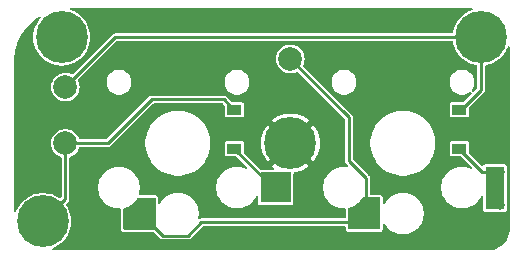
<source format=gtl>
G04 #@! TF.GenerationSoftware,KiCad,Pcbnew,8.0.5*
G04 #@! TF.CreationDate,2024-09-18T07:36:17+09:00*
G04 #@! TF.ProjectId,SandyLP_Middle_Isolated_Area,53616e64-794c-4505-9f4d-6964646c655f,v.0*
G04 #@! TF.SameCoordinates,Original*
G04 #@! TF.FileFunction,Copper,L1,Top*
G04 #@! TF.FilePolarity,Positive*
%FSLAX46Y46*%
G04 Gerber Fmt 4.6, Leading zero omitted, Abs format (unit mm)*
G04 Created by KiCad (PCBNEW 8.0.5) date 2024-09-18 07:36:17*
%MOMM*%
%LPD*%
G01*
G04 APERTURE LIST*
G04 Aperture macros list*
%AMFreePoly0*
4,1,18,1.817426,0.954926,1.835000,0.912500,1.835000,-0.812500,1.817426,-0.854926,1.793974,-0.869421,1.352962,-1.016424,0.894077,-1.354550,0.649923,-1.720782,0.611767,-1.746335,0.600000,-1.747500,-0.825000,-1.747500,-0.867426,-1.729926,-0.885000,-1.687500,-0.885000,0.912500,-0.867426,0.954926,-0.825000,0.972500,1.775000,0.972500,1.817426,0.954926,1.817426,0.954926,$1*%
%AMFreePoly1*
4,1,18,1.804926,0.992426,1.822500,0.950000,1.822500,-0.780000,1.804926,-0.822426,1.781286,-0.836983,1.335531,-0.983935,0.881507,-1.322037,0.637215,-1.683591,0.598901,-1.708907,0.587500,-1.710000,-0.837500,-1.710000,-0.879926,-1.692426,-0.897500,-1.650000,-0.897500,0.950000,-0.879926,0.992426,-0.837500,1.010000,1.762500,1.010000,1.804926,0.992426,1.804926,0.992426,$1*%
G04 Aperture macros list end*
G04 #@! TA.AperFunction,SMDPad,CuDef*
%ADD10R,1.200000X0.900000*%
G04 #@! TD*
G04 #@! TA.AperFunction,ComponentPad*
%ADD11C,4.400000*%
G04 #@! TD*
G04 #@! TA.AperFunction,ComponentPad*
%ADD12C,2.000000*%
G04 #@! TD*
G04 #@! TA.AperFunction,SMDPad,CuDef*
%ADD13FreePoly0,180.000000*%
G04 #@! TD*
G04 #@! TA.AperFunction,ComponentPad*
%ADD14C,0.800000*%
G04 #@! TD*
G04 #@! TA.AperFunction,SMDPad,CuDef*
%ADD15R,1.625000X3.600000*%
G04 #@! TD*
G04 #@! TA.AperFunction,SMDPad,CuDef*
%ADD16FreePoly1,180.000000*%
G04 #@! TD*
G04 #@! TA.AperFunction,SMDPad,CuDef*
%ADD17R,2.600000X2.600000*%
G04 #@! TD*
G04 #@! TA.AperFunction,ViaPad*
%ADD18C,0.800000*%
G04 #@! TD*
G04 #@! TA.AperFunction,Conductor*
%ADD19C,0.250000*%
G04 #@! TD*
G04 APERTURE END LIST*
D10*
X44870935Y-46784655D03*
X44870935Y-50084655D03*
X63920935Y-46784655D03*
X63920935Y-50084655D03*
D11*
X49633435Y-49625280D03*
D12*
X49633435Y-42481530D03*
D13*
X56358435Y-55962780D03*
D14*
X67358435Y-54825280D03*
X67358435Y-52025280D03*
D15*
X66945935Y-53425280D03*
D11*
X28658435Y-56250280D03*
X65758435Y-40650280D03*
X30258435Y-40650280D03*
D12*
X30583435Y-44862780D03*
D16*
X37295935Y-55925280D03*
D17*
X48383435Y-53375280D03*
D12*
X30583435Y-49625280D03*
D18*
X32964655Y-38909656D03*
X27011525Y-41290908D03*
X39683435Y-41519030D03*
X67492809Y-56173733D03*
X47252167Y-38909656D03*
X67492809Y-50815916D03*
X27011525Y-53792481D03*
X49633435Y-57959655D03*
X31178716Y-57959672D03*
X46656854Y-50220603D03*
X67492809Y-43076847D03*
X32964655Y-44862786D03*
X63325618Y-42481534D03*
X65706870Y-57959672D03*
X49633419Y-55419030D03*
X53205297Y-47839351D03*
X36536533Y-51411229D03*
X63325618Y-38909656D03*
D19*
X37295935Y-55925280D02*
X38820935Y-57450280D01*
X49633435Y-42481530D02*
X54583435Y-47431530D01*
X40952185Y-57450280D02*
X42083435Y-56319030D01*
X54583435Y-51119030D02*
X56033435Y-52569030D01*
X56033435Y-55637780D02*
X56358435Y-55962780D01*
X56002185Y-56319030D02*
X56358435Y-55962780D01*
X42083435Y-56319030D02*
X56002185Y-56319030D01*
X54583435Y-47431530D02*
X54583435Y-51119030D01*
X38820935Y-57450280D02*
X40952185Y-57450280D01*
X56033435Y-52569030D02*
X56033435Y-55637780D01*
X67358435Y-52025280D02*
X65861560Y-52025280D01*
X65861560Y-52025280D02*
X63920935Y-50084655D01*
X34177185Y-49625280D02*
X30583435Y-49625280D01*
X30583435Y-54325280D02*
X30583435Y-49625280D01*
X44870935Y-46784655D02*
X44005310Y-45919030D01*
X44005310Y-45919030D02*
X37883435Y-45919030D01*
X28658435Y-56250280D02*
X30583435Y-54325280D01*
X37883435Y-45919030D02*
X34177185Y-49625280D01*
X48161560Y-53375280D02*
X44870935Y-50084655D01*
X48383435Y-53375280D02*
X48161560Y-53375280D01*
X34795935Y-40650280D02*
X30583435Y-44862780D01*
X65758435Y-45097155D02*
X65758435Y-40650280D01*
X64070935Y-46784655D02*
X65758435Y-45097155D01*
X65758435Y-40650280D02*
X34795935Y-40650280D01*
X63920935Y-46784655D02*
X64070935Y-46784655D01*
G04 #@! TA.AperFunction,Conductor*
G36*
X65043111Y-38188397D02*
G01*
X65079075Y-38237897D01*
X65079075Y-38299083D01*
X65043111Y-38348583D01*
X65017977Y-38361389D01*
X65018065Y-38361610D01*
X65015729Y-38362534D01*
X65015515Y-38362644D01*
X65015171Y-38362755D01*
X64734334Y-38473946D01*
X64469648Y-38619459D01*
X64469627Y-38619472D01*
X64225275Y-38797003D01*
X64225272Y-38797005D01*
X64005090Y-39003771D01*
X64005080Y-39003782D01*
X63812549Y-39236512D01*
X63650709Y-39491530D01*
X63650702Y-39491543D01*
X63522096Y-39764843D01*
X63505165Y-39816952D01*
X63439517Y-40018997D01*
X63428755Y-40052118D01*
X63428752Y-40052128D01*
X63392088Y-40244331D01*
X63362612Y-40297948D01*
X63307250Y-40323999D01*
X63294842Y-40324780D01*
X34844867Y-40324780D01*
X34844851Y-40324779D01*
X34838788Y-40324779D01*
X34753082Y-40324779D01*
X34753079Y-40324779D01*
X34670297Y-40346961D01*
X34670293Y-40346963D01*
X34596073Y-40389814D01*
X34535469Y-40450417D01*
X34535470Y-40450418D01*
X34535468Y-40450420D01*
X31225205Y-43760681D01*
X31170688Y-43788458D01*
X31119440Y-43782992D01*
X30913375Y-43703162D01*
X30913374Y-43703161D01*
X30913372Y-43703161D01*
X30694678Y-43662280D01*
X30472192Y-43662280D01*
X30253497Y-43703161D01*
X30177232Y-43732706D01*
X30046034Y-43783533D01*
X29856873Y-43900656D01*
X29692455Y-44050543D01*
X29558378Y-44228089D01*
X29558373Y-44228098D01*
X29486810Y-44371816D01*
X29459206Y-44427252D01*
X29398320Y-44641244D01*
X29377792Y-44862780D01*
X29398320Y-45084316D01*
X29459206Y-45298308D01*
X29558377Y-45497469D01*
X29692454Y-45675016D01*
X29856873Y-45824904D01*
X30046034Y-45942027D01*
X30253495Y-46022398D01*
X30472192Y-46063280D01*
X30694678Y-46063280D01*
X30913375Y-46022398D01*
X31120836Y-45942027D01*
X31309997Y-45824904D01*
X31474416Y-45675016D01*
X31608493Y-45497469D01*
X31707664Y-45298308D01*
X31768550Y-45084316D01*
X31789078Y-44862780D01*
X31768550Y-44641244D01*
X31707664Y-44427252D01*
X31680058Y-44371812D01*
X34057935Y-44371812D01*
X34057935Y-44578747D01*
X34098304Y-44781698D01*
X34177493Y-44972877D01*
X34289166Y-45140008D01*
X34292458Y-45144935D01*
X34438780Y-45291257D01*
X34610837Y-45406221D01*
X34802015Y-45485410D01*
X35004970Y-45525780D01*
X35004971Y-45525780D01*
X35211899Y-45525780D01*
X35211900Y-45525780D01*
X35414855Y-45485410D01*
X35606033Y-45406221D01*
X35778090Y-45291257D01*
X35924412Y-45144935D01*
X36039376Y-44972878D01*
X36118565Y-44781700D01*
X36158935Y-44578745D01*
X36158935Y-44371815D01*
X36158934Y-44371812D01*
X44057935Y-44371812D01*
X44057935Y-44578747D01*
X44098304Y-44781698D01*
X44177493Y-44972877D01*
X44289166Y-45140008D01*
X44292458Y-45144935D01*
X44438780Y-45291257D01*
X44610837Y-45406221D01*
X44802015Y-45485410D01*
X45004970Y-45525780D01*
X45004971Y-45525780D01*
X45211899Y-45525780D01*
X45211900Y-45525780D01*
X45414855Y-45485410D01*
X45606033Y-45406221D01*
X45778090Y-45291257D01*
X45924412Y-45144935D01*
X46039376Y-44972878D01*
X46118565Y-44781700D01*
X46158935Y-44578745D01*
X46158935Y-44371815D01*
X46118565Y-44168860D01*
X46039376Y-43977682D01*
X45924412Y-43805625D01*
X45778090Y-43659303D01*
X45631443Y-43561317D01*
X45606032Y-43544338D01*
X45414853Y-43465149D01*
X45211902Y-43424780D01*
X45211900Y-43424780D01*
X45004970Y-43424780D01*
X45004967Y-43424780D01*
X44802016Y-43465149D01*
X44610837Y-43544338D01*
X44438783Y-43659300D01*
X44292455Y-43805628D01*
X44177493Y-43977682D01*
X44098304Y-44168861D01*
X44057935Y-44371812D01*
X36158934Y-44371812D01*
X36118565Y-44168860D01*
X36039376Y-43977682D01*
X35924412Y-43805625D01*
X35778090Y-43659303D01*
X35631443Y-43561317D01*
X35606032Y-43544338D01*
X35414853Y-43465149D01*
X35211902Y-43424780D01*
X35211900Y-43424780D01*
X35004970Y-43424780D01*
X35004967Y-43424780D01*
X34802016Y-43465149D01*
X34610837Y-43544338D01*
X34438783Y-43659300D01*
X34292455Y-43805628D01*
X34177493Y-43977682D01*
X34098304Y-44168861D01*
X34057935Y-44371812D01*
X31680058Y-44371812D01*
X31663497Y-44338554D01*
X31654485Y-44278040D01*
X31682113Y-44224427D01*
X34901765Y-41004776D01*
X34956282Y-40976999D01*
X34971769Y-40975780D01*
X63294842Y-40975780D01*
X63353033Y-40994687D01*
X63388997Y-41044187D01*
X63392086Y-41056222D01*
X63428754Y-41248440D01*
X63522094Y-41535710D01*
X63522096Y-41535716D01*
X63650702Y-41809016D01*
X63650709Y-41809029D01*
X63812549Y-42064047D01*
X64005080Y-42296777D01*
X64005090Y-42296788D01*
X64225272Y-42503554D01*
X64225275Y-42503556D01*
X64469627Y-42681087D01*
X64469631Y-42681089D01*
X64469640Y-42681096D01*
X64734331Y-42826612D01*
X65015173Y-42937805D01*
X65307737Y-43012922D01*
X65346346Y-43017799D01*
X65401704Y-43043848D01*
X65431181Y-43097464D01*
X65432935Y-43116017D01*
X65432935Y-44921320D01*
X65414028Y-44979511D01*
X65403938Y-44991324D01*
X65129568Y-45265693D01*
X65075052Y-45293470D01*
X65014620Y-45283899D01*
X64971355Y-45240634D01*
X64961784Y-45180202D01*
X64977247Y-45140690D01*
X65089376Y-44972878D01*
X65168565Y-44781700D01*
X65208935Y-44578745D01*
X65208935Y-44371815D01*
X65168565Y-44168860D01*
X65089376Y-43977682D01*
X64974412Y-43805625D01*
X64828090Y-43659303D01*
X64681443Y-43561317D01*
X64656032Y-43544338D01*
X64464853Y-43465149D01*
X64261902Y-43424780D01*
X64261900Y-43424780D01*
X64054970Y-43424780D01*
X64054967Y-43424780D01*
X63852016Y-43465149D01*
X63660837Y-43544338D01*
X63488783Y-43659300D01*
X63342455Y-43805628D01*
X63227493Y-43977682D01*
X63148304Y-44168861D01*
X63107935Y-44371812D01*
X63107935Y-44578747D01*
X63148304Y-44781698D01*
X63227493Y-44972877D01*
X63339166Y-45140008D01*
X63342458Y-45144935D01*
X63488780Y-45291257D01*
X63660837Y-45406221D01*
X63852015Y-45485410D01*
X64054970Y-45525780D01*
X64054971Y-45525780D01*
X64261899Y-45525780D01*
X64261900Y-45525780D01*
X64464855Y-45485410D01*
X64656033Y-45406221D01*
X64823844Y-45294093D01*
X64882731Y-45277486D01*
X64940134Y-45298664D01*
X64974127Y-45349537D01*
X64971725Y-45410676D01*
X64948848Y-45446414D01*
X64290104Y-46105159D01*
X64235587Y-46132936D01*
X64220100Y-46134155D01*
X63301187Y-46134155D01*
X63301186Y-46134155D01*
X63301176Y-46134156D01*
X63242707Y-46145787D01*
X63242701Y-46145789D01*
X63176386Y-46190100D01*
X63176380Y-46190106D01*
X63132069Y-46256421D01*
X63132067Y-46256427D01*
X63120436Y-46314896D01*
X63120435Y-46314908D01*
X63120435Y-47254401D01*
X63120436Y-47254413D01*
X63132067Y-47312882D01*
X63132069Y-47312888D01*
X63176380Y-47379203D01*
X63176383Y-47379207D01*
X63242704Y-47423522D01*
X63287166Y-47432366D01*
X63301176Y-47435153D01*
X63301181Y-47435153D01*
X63301187Y-47435155D01*
X63301188Y-47435155D01*
X64540682Y-47435155D01*
X64540683Y-47435155D01*
X64599166Y-47423522D01*
X64665487Y-47379207D01*
X64709802Y-47312886D01*
X64721435Y-47254403D01*
X64721435Y-46635489D01*
X64740342Y-46577298D01*
X64750425Y-46565491D01*
X66018900Y-45297017D01*
X66061753Y-45222793D01*
X66083935Y-45140008D01*
X66083935Y-43116017D01*
X66102842Y-43057826D01*
X66152342Y-43021862D01*
X66170510Y-43017801D01*
X66209133Y-43012922D01*
X66501697Y-42937805D01*
X66782539Y-42826612D01*
X67047230Y-42681096D01*
X67291597Y-42503554D01*
X67511784Y-42296784D01*
X67704320Y-42064048D01*
X67866168Y-41809016D01*
X67994776Y-41535710D01*
X68023915Y-41446028D01*
X68059877Y-41396532D01*
X68118067Y-41377624D01*
X68176258Y-41396531D01*
X68212222Y-41446030D01*
X68217068Y-41476683D01*
X68207961Y-56804827D01*
X68207935Y-56805065D01*
X68207935Y-56847043D01*
X68207723Y-56853517D01*
X68192539Y-57085217D01*
X68190849Y-57098056D01*
X68146183Y-57322615D01*
X68142831Y-57335123D01*
X68069243Y-57551915D01*
X68064288Y-57563879D01*
X67963023Y-57769231D01*
X67956548Y-57780446D01*
X67829355Y-57970809D01*
X67821472Y-57981083D01*
X67670514Y-58153223D01*
X67661357Y-58162380D01*
X67489226Y-58313339D01*
X67478953Y-58321223D01*
X67288590Y-58448423D01*
X67277375Y-58454898D01*
X67072026Y-58556168D01*
X67060062Y-58561123D01*
X66843269Y-58634719D01*
X66830761Y-58638071D01*
X66606211Y-58682741D01*
X66593371Y-58684432D01*
X66362520Y-58699566D01*
X66356007Y-58699778D01*
X29546053Y-58686112D01*
X29487870Y-58667183D01*
X29451924Y-58617670D01*
X29451947Y-58556484D01*
X29487929Y-58506998D01*
X29509639Y-58495067D01*
X29682539Y-58426612D01*
X29947230Y-58281096D01*
X30191597Y-58103554D01*
X30411784Y-57896784D01*
X30604320Y-57664048D01*
X30766168Y-57409016D01*
X30894776Y-57135710D01*
X30988116Y-56848440D01*
X31044715Y-56551737D01*
X31063681Y-56250280D01*
X31044715Y-55948823D01*
X30988116Y-55652120D01*
X30894776Y-55364850D01*
X30766168Y-55091544D01*
X30618945Y-54859558D01*
X30603730Y-54800296D01*
X30626254Y-54743407D01*
X30632519Y-54736521D01*
X30843900Y-54525142D01*
X30886753Y-54450919D01*
X30908935Y-54368133D01*
X30908935Y-54282427D01*
X30908935Y-53260545D01*
X33357935Y-53260545D01*
X33357935Y-53490014D01*
X33387887Y-53717518D01*
X33447276Y-53939165D01*
X33535088Y-54151163D01*
X33624477Y-54305991D01*
X33649824Y-54349892D01*
X33789516Y-54531941D01*
X33951774Y-54694199D01*
X34133823Y-54833891D01*
X34332547Y-54948624D01*
X34332548Y-54948624D01*
X34332551Y-54948626D01*
X34428602Y-54988411D01*
X34544548Y-55036438D01*
X34766197Y-55095828D01*
X34993701Y-55125780D01*
X34993702Y-55125780D01*
X35163935Y-55125780D01*
X35222126Y-55144687D01*
X35258090Y-55194187D01*
X35262935Y-55224780D01*
X35262935Y-56875280D01*
X35278578Y-56953922D01*
X35297614Y-56999880D01*
X35297616Y-56999883D01*
X35334244Y-57058176D01*
X35408832Y-57111099D01*
X35454794Y-57130137D01*
X35533435Y-57145780D01*
X38015101Y-57145780D01*
X38073292Y-57164687D01*
X38085105Y-57174776D01*
X38560468Y-57650139D01*
X38560470Y-57650142D01*
X38621073Y-57710745D01*
X38658182Y-57732169D01*
X38658184Y-57732171D01*
X38689211Y-57750085D01*
X38695296Y-57753598D01*
X38778082Y-57775781D01*
X38778084Y-57775781D01*
X38869851Y-57775781D01*
X38869867Y-57775780D01*
X40995036Y-57775780D01*
X40995038Y-57775780D01*
X41077824Y-57753598D01*
X41077826Y-57753596D01*
X41077828Y-57753596D01*
X41152042Y-57710748D01*
X41152042Y-57710747D01*
X41152047Y-57710745D01*
X42189266Y-56673526D01*
X42243783Y-56645749D01*
X42259270Y-56644530D01*
X54213935Y-56644530D01*
X54272126Y-56663437D01*
X54308090Y-56712937D01*
X54312935Y-56743530D01*
X54312935Y-56875280D01*
X54328578Y-56953922D01*
X54347614Y-56999880D01*
X54347616Y-56999883D01*
X54384244Y-57058176D01*
X54458832Y-57111099D01*
X54504794Y-57130137D01*
X54583435Y-57145780D01*
X54583436Y-57145780D01*
X57183434Y-57145780D01*
X57183435Y-57145780D01*
X57262076Y-57130137D01*
X57308038Y-57111099D01*
X57366331Y-57074471D01*
X57419254Y-56999883D01*
X57438292Y-56953921D01*
X57453935Y-56875280D01*
X57453935Y-56493472D01*
X57472842Y-56435281D01*
X57522342Y-56399317D01*
X57583528Y-56399317D01*
X57633028Y-56435281D01*
X57638665Y-56443961D01*
X57667250Y-56493472D01*
X57699823Y-56549891D01*
X57717519Y-56572953D01*
X57839516Y-56731941D01*
X58001774Y-56894199D01*
X58183823Y-57033891D01*
X58382547Y-57148624D01*
X58382548Y-57148624D01*
X58382551Y-57148626D01*
X58421326Y-57164687D01*
X58594548Y-57236438D01*
X58816197Y-57295828D01*
X59043701Y-57325780D01*
X59043702Y-57325780D01*
X59273168Y-57325780D01*
X59273169Y-57325780D01*
X59500673Y-57295828D01*
X59722322Y-57236438D01*
X59934323Y-57148624D01*
X60133047Y-57033891D01*
X60315096Y-56894199D01*
X60477354Y-56731941D01*
X60617046Y-56549892D01*
X60731779Y-56351168D01*
X60819593Y-56139167D01*
X60878983Y-55917518D01*
X60908935Y-55690014D01*
X60908935Y-55460546D01*
X60878983Y-55233042D01*
X60819593Y-55011393D01*
X60758806Y-54864641D01*
X60731781Y-54799396D01*
X60730526Y-54797223D01*
X60617046Y-54600668D01*
X60477354Y-54418619D01*
X60315096Y-54256361D01*
X60229204Y-54190453D01*
X60133046Y-54116668D01*
X59934318Y-54001933D01*
X59722320Y-53914121D01*
X59500673Y-53854732D01*
X59273169Y-53824780D01*
X59043701Y-53824780D01*
X59043700Y-53824780D01*
X58816196Y-53854732D01*
X58594549Y-53914121D01*
X58382551Y-54001933D01*
X58183823Y-54116668D01*
X58001777Y-54256358D01*
X57839513Y-54418622D01*
X57699823Y-54600669D01*
X57661276Y-54667435D01*
X57645346Y-54695028D01*
X57638672Y-54706587D01*
X57593202Y-54747528D01*
X57532352Y-54753924D01*
X57479364Y-54723331D01*
X57454477Y-54667435D01*
X57453935Y-54657087D01*
X57453935Y-54275281D01*
X57453935Y-54275280D01*
X57438292Y-54196639D01*
X57424458Y-54163241D01*
X57419255Y-54150679D01*
X57412626Y-54140129D01*
X57382626Y-54092384D01*
X57363524Y-54078830D01*
X57308037Y-54039460D01*
X57288998Y-54031574D01*
X57262076Y-54020423D01*
X57183435Y-54004780D01*
X56457935Y-54004780D01*
X56399744Y-53985873D01*
X56363780Y-53936373D01*
X56358935Y-53905780D01*
X56358935Y-53260545D01*
X62407935Y-53260545D01*
X62407935Y-53490014D01*
X62437887Y-53717518D01*
X62497276Y-53939165D01*
X62585088Y-54151163D01*
X62674477Y-54305991D01*
X62699824Y-54349892D01*
X62839516Y-54531941D01*
X63001774Y-54694199D01*
X63183823Y-54833891D01*
X63382547Y-54948624D01*
X63382548Y-54948624D01*
X63382551Y-54948626D01*
X63478602Y-54988411D01*
X63594548Y-55036438D01*
X63816197Y-55095828D01*
X64043701Y-55125780D01*
X64043702Y-55125780D01*
X64273168Y-55125780D01*
X64273169Y-55125780D01*
X64500673Y-55095828D01*
X64722322Y-55036438D01*
X64934323Y-54948624D01*
X65133047Y-54833891D01*
X65315096Y-54694199D01*
X65477354Y-54531941D01*
X65617046Y-54349892D01*
X65731779Y-54151168D01*
X65742471Y-54125356D01*
X65782207Y-54078830D01*
X65841702Y-54064546D01*
X65898230Y-54087960D01*
X65930199Y-54140129D01*
X65932935Y-54163241D01*
X65932935Y-55245026D01*
X65932936Y-55245038D01*
X65944567Y-55303507D01*
X65944569Y-55303513D01*
X65985549Y-55364843D01*
X65988883Y-55369832D01*
X66055204Y-55414147D01*
X66099666Y-55422991D01*
X66113676Y-55425778D01*
X66113681Y-55425778D01*
X66113687Y-55425780D01*
X67312585Y-55425780D01*
X67325507Y-55426627D01*
X67358434Y-55430962D01*
X67358435Y-55430962D01*
X67358436Y-55430962D01*
X67391363Y-55426627D01*
X67404285Y-55425780D01*
X67778182Y-55425780D01*
X67778183Y-55425780D01*
X67836666Y-55414147D01*
X67902987Y-55369832D01*
X67947302Y-55303511D01*
X67958935Y-55245028D01*
X67958935Y-54871129D01*
X67959782Y-54858207D01*
X67964117Y-54825280D01*
X67964117Y-54825279D01*
X67959782Y-54792351D01*
X67958935Y-54779429D01*
X67958935Y-52071129D01*
X67959782Y-52058207D01*
X67964117Y-52025280D01*
X67964117Y-52025279D01*
X67959782Y-51992351D01*
X67958935Y-51979429D01*
X67958935Y-51605533D01*
X67958933Y-51605521D01*
X67955335Y-51587432D01*
X67947302Y-51547049D01*
X67902987Y-51480728D01*
X67902983Y-51480725D01*
X67836668Y-51436414D01*
X67836666Y-51436413D01*
X67836663Y-51436412D01*
X67836662Y-51436412D01*
X67778193Y-51424781D01*
X67778183Y-51424780D01*
X67778182Y-51424780D01*
X67404285Y-51424780D01*
X67391363Y-51423933D01*
X67358436Y-51419598D01*
X67358434Y-51419598D01*
X67325507Y-51423933D01*
X67312585Y-51424780D01*
X66113687Y-51424780D01*
X66113686Y-51424780D01*
X66113676Y-51424781D01*
X66055207Y-51436412D01*
X66055201Y-51436414D01*
X65988886Y-51480725D01*
X65988879Y-51480732D01*
X65971165Y-51507242D01*
X65923114Y-51545119D01*
X65861976Y-51547519D01*
X65818848Y-51522241D01*
X64750431Y-50453824D01*
X64722654Y-50399307D01*
X64721435Y-50383820D01*
X64721435Y-49614908D01*
X64721433Y-49614896D01*
X64718646Y-49600886D01*
X64709802Y-49556424D01*
X64665487Y-49490103D01*
X64636618Y-49470813D01*
X64599168Y-49445789D01*
X64599166Y-49445788D01*
X64599163Y-49445787D01*
X64599162Y-49445787D01*
X64540693Y-49434156D01*
X64540683Y-49434155D01*
X63301187Y-49434155D01*
X63301186Y-49434155D01*
X63301176Y-49434156D01*
X63242707Y-49445787D01*
X63242701Y-49445789D01*
X63176386Y-49490100D01*
X63176380Y-49490106D01*
X63132069Y-49556421D01*
X63132067Y-49556427D01*
X63120436Y-49614896D01*
X63120435Y-49614908D01*
X63120435Y-50554401D01*
X63120436Y-50554413D01*
X63122758Y-50566084D01*
X63132068Y-50612886D01*
X63176383Y-50679207D01*
X63242704Y-50723522D01*
X63287166Y-50732366D01*
X63301176Y-50735153D01*
X63301181Y-50735153D01*
X63301187Y-50735155D01*
X64070100Y-50735155D01*
X64128291Y-50754062D01*
X64140104Y-50764151D01*
X64998185Y-51622232D01*
X65025961Y-51676747D01*
X65016390Y-51737179D01*
X64973125Y-51780444D01*
X64912693Y-51790015D01*
X64890295Y-51783698D01*
X64722323Y-51714122D01*
X64500673Y-51654732D01*
X64273169Y-51624780D01*
X64043701Y-51624780D01*
X64043700Y-51624780D01*
X63816196Y-51654732D01*
X63594549Y-51714121D01*
X63382551Y-51801933D01*
X63183823Y-51916668D01*
X63001777Y-52056358D01*
X62839513Y-52218622D01*
X62699823Y-52400668D01*
X62585088Y-52599396D01*
X62497276Y-52811394D01*
X62437887Y-53033041D01*
X62407935Y-53260545D01*
X56358935Y-53260545D01*
X56358935Y-52619870D01*
X56358936Y-52619857D01*
X56358936Y-52526176D01*
X56358935Y-52526174D01*
X56336754Y-52443395D01*
X56336753Y-52443394D01*
X56336753Y-52443392D01*
X56312086Y-52400668D01*
X56293900Y-52369168D01*
X56233297Y-52308565D01*
X56233294Y-52308563D01*
X55601478Y-51676747D01*
X54937931Y-51013199D01*
X54910154Y-50958682D01*
X54908935Y-50943195D01*
X54908935Y-49470813D01*
X56407935Y-49470813D01*
X56407935Y-49779746D01*
X56442523Y-50086730D01*
X56511267Y-50387917D01*
X56613298Y-50679505D01*
X56747340Y-50957846D01*
X56835184Y-51097648D01*
X56911700Y-51219423D01*
X57104315Y-51460954D01*
X57322761Y-51679400D01*
X57564292Y-51872015D01*
X57719012Y-51969232D01*
X57808210Y-52025279D01*
X57825870Y-52036375D01*
X58104206Y-52170415D01*
X58395799Y-52272448D01*
X58696983Y-52341191D01*
X59003970Y-52375780D01*
X59003971Y-52375780D01*
X59312899Y-52375780D01*
X59312900Y-52375780D01*
X59619887Y-52341191D01*
X59921071Y-52272448D01*
X60212664Y-52170415D01*
X60491000Y-52036375D01*
X60752578Y-51872015D01*
X60994109Y-51679400D01*
X61212555Y-51460954D01*
X61405170Y-51219423D01*
X61569530Y-50957845D01*
X61703570Y-50679509D01*
X61805603Y-50387916D01*
X61874346Y-50086732D01*
X61908935Y-49779745D01*
X61908935Y-49470815D01*
X61874346Y-49163828D01*
X61805603Y-48862644D01*
X61703570Y-48571051D01*
X61569530Y-48292715D01*
X61405170Y-48031137D01*
X61212555Y-47789606D01*
X60994109Y-47571160D01*
X60752578Y-47378545D01*
X60491001Y-47214185D01*
X60212660Y-47080143D01*
X59921072Y-46978112D01*
X59619885Y-46909368D01*
X59312901Y-46874780D01*
X59312900Y-46874780D01*
X59003970Y-46874780D01*
X59003968Y-46874780D01*
X58696984Y-46909368D01*
X58395797Y-46978112D01*
X58104209Y-47080143D01*
X57825868Y-47214185D01*
X57564291Y-47378545D01*
X57322762Y-47571159D01*
X57104314Y-47789607D01*
X56911700Y-48031136D01*
X56747340Y-48292713D01*
X56613298Y-48571054D01*
X56511267Y-48862642D01*
X56442523Y-49163829D01*
X56407935Y-49470813D01*
X54908935Y-49470813D01*
X54908935Y-47388678D01*
X54908935Y-47388677D01*
X54886753Y-47305892D01*
X54886753Y-47305891D01*
X54886753Y-47305890D01*
X54843903Y-47231672D01*
X54843902Y-47231671D01*
X54843901Y-47231670D01*
X54843900Y-47231668D01*
X51984044Y-44371812D01*
X53107935Y-44371812D01*
X53107935Y-44578747D01*
X53148304Y-44781698D01*
X53227493Y-44972877D01*
X53339166Y-45140008D01*
X53342458Y-45144935D01*
X53488780Y-45291257D01*
X53660837Y-45406221D01*
X53852015Y-45485410D01*
X54054970Y-45525780D01*
X54054971Y-45525780D01*
X54261899Y-45525780D01*
X54261900Y-45525780D01*
X54464855Y-45485410D01*
X54656033Y-45406221D01*
X54828090Y-45291257D01*
X54974412Y-45144935D01*
X55089376Y-44972878D01*
X55168565Y-44781700D01*
X55208935Y-44578745D01*
X55208935Y-44371815D01*
X55168565Y-44168860D01*
X55089376Y-43977682D01*
X54974412Y-43805625D01*
X54828090Y-43659303D01*
X54681443Y-43561317D01*
X54656032Y-43544338D01*
X54464853Y-43465149D01*
X54261902Y-43424780D01*
X54261900Y-43424780D01*
X54054970Y-43424780D01*
X54054967Y-43424780D01*
X53852016Y-43465149D01*
X53660837Y-43544338D01*
X53488783Y-43659300D01*
X53342455Y-43805628D01*
X53227493Y-43977682D01*
X53148304Y-44168861D01*
X53107935Y-44371812D01*
X51984044Y-44371812D01*
X50732116Y-43119884D01*
X50704339Y-43065367D01*
X50713498Y-43005752D01*
X50757664Y-42917058D01*
X50818550Y-42703066D01*
X50839078Y-42481530D01*
X50818550Y-42259994D01*
X50757664Y-42046002D01*
X50658493Y-41846841D01*
X50524416Y-41669294D01*
X50359997Y-41519406D01*
X50170836Y-41402283D01*
X49963375Y-41321912D01*
X49963374Y-41321911D01*
X49963372Y-41321911D01*
X49744678Y-41281030D01*
X49522192Y-41281030D01*
X49303497Y-41321911D01*
X49227232Y-41351456D01*
X49096034Y-41402283D01*
X48906873Y-41519406D01*
X48742455Y-41669293D01*
X48608378Y-41846839D01*
X48608373Y-41846848D01*
X48509207Y-42045999D01*
X48509206Y-42046002D01*
X48448320Y-42259994D01*
X48427792Y-42481530D01*
X48448320Y-42703066D01*
X48509206Y-42917058D01*
X48608377Y-43116219D01*
X48742454Y-43293766D01*
X48906873Y-43443654D01*
X49096034Y-43560777D01*
X49303495Y-43641148D01*
X49522192Y-43682030D01*
X49744678Y-43682030D01*
X49963375Y-43641148D01*
X50169442Y-43561316D01*
X50230530Y-43557927D01*
X50275206Y-43583628D01*
X54228939Y-47537361D01*
X54256716Y-47591878D01*
X54257935Y-47607365D01*
X54257935Y-51076177D01*
X54257935Y-51161883D01*
X54277497Y-51234893D01*
X54280118Y-51244673D01*
X54322966Y-51318887D01*
X54322970Y-51318892D01*
X54476561Y-51472484D01*
X54504338Y-51527000D01*
X54494767Y-51587432D01*
X54451502Y-51630697D01*
X54393635Y-51640639D01*
X54273169Y-51624780D01*
X54043701Y-51624780D01*
X54043700Y-51624780D01*
X53816196Y-51654732D01*
X53594549Y-51714121D01*
X53382551Y-51801933D01*
X53183823Y-51916668D01*
X53001777Y-52056358D01*
X52839513Y-52218622D01*
X52699823Y-52400668D01*
X52585088Y-52599396D01*
X52497276Y-52811394D01*
X52437887Y-53033041D01*
X52407935Y-53260545D01*
X52407935Y-53490014D01*
X52437887Y-53717518D01*
X52497276Y-53939165D01*
X52585088Y-54151163D01*
X52674477Y-54305991D01*
X52699824Y-54349892D01*
X52839516Y-54531941D01*
X53001774Y-54694199D01*
X53183823Y-54833891D01*
X53382547Y-54948624D01*
X53382548Y-54948624D01*
X53382551Y-54948626D01*
X53478602Y-54988411D01*
X53594548Y-55036438D01*
X53816197Y-55095828D01*
X54043701Y-55125780D01*
X54043702Y-55125780D01*
X54213935Y-55125780D01*
X54272126Y-55144687D01*
X54308090Y-55194187D01*
X54312935Y-55224780D01*
X54312935Y-55894530D01*
X54294028Y-55952721D01*
X54244528Y-55988685D01*
X54213935Y-55993530D01*
X42040582Y-55993530D01*
X41953986Y-56016732D01*
X41892884Y-56013529D01*
X41845335Y-55975023D01*
X41829500Y-55915922D01*
X41830208Y-55908210D01*
X41858935Y-55690014D01*
X41858935Y-55460546D01*
X41828983Y-55233042D01*
X41769593Y-55011393D01*
X41708806Y-54864641D01*
X41681781Y-54799396D01*
X41680526Y-54797223D01*
X41567046Y-54600668D01*
X41427354Y-54418619D01*
X41265096Y-54256361D01*
X41179204Y-54190453D01*
X41083046Y-54116668D01*
X40884318Y-54001933D01*
X40672320Y-53914121D01*
X40450673Y-53854732D01*
X40223169Y-53824780D01*
X39993701Y-53824780D01*
X39993700Y-53824780D01*
X39766196Y-53854732D01*
X39544549Y-53914121D01*
X39332551Y-54001933D01*
X39133823Y-54116668D01*
X38951777Y-54256358D01*
X38789513Y-54418622D01*
X38649823Y-54600669D01*
X38611276Y-54667435D01*
X38595346Y-54695028D01*
X38588672Y-54706587D01*
X38543202Y-54747528D01*
X38482352Y-54753924D01*
X38429364Y-54723331D01*
X38404477Y-54667435D01*
X38403935Y-54657087D01*
X38403935Y-54275281D01*
X38403935Y-54275280D01*
X38388292Y-54196639D01*
X38374458Y-54163241D01*
X38369255Y-54150679D01*
X38362626Y-54140129D01*
X38332626Y-54092384D01*
X38313524Y-54078830D01*
X38258037Y-54039460D01*
X38238998Y-54031574D01*
X38212076Y-54020423D01*
X38133435Y-54004780D01*
X36881031Y-54004780D01*
X36822840Y-53985873D01*
X36786876Y-53936373D01*
X36785404Y-53880158D01*
X36828983Y-53717518D01*
X36858935Y-53490014D01*
X36858935Y-53260546D01*
X36858935Y-53260545D01*
X43357935Y-53260545D01*
X43357935Y-53490014D01*
X43387887Y-53717518D01*
X43447276Y-53939165D01*
X43535088Y-54151163D01*
X43624477Y-54305991D01*
X43649824Y-54349892D01*
X43789516Y-54531941D01*
X43951774Y-54694199D01*
X44133823Y-54833891D01*
X44332547Y-54948624D01*
X44332548Y-54948624D01*
X44332551Y-54948626D01*
X44428602Y-54988411D01*
X44544548Y-55036438D01*
X44766197Y-55095828D01*
X44993701Y-55125780D01*
X44993702Y-55125780D01*
X45223168Y-55125780D01*
X45223169Y-55125780D01*
X45450673Y-55095828D01*
X45672322Y-55036438D01*
X45884323Y-54948624D01*
X46083047Y-54833891D01*
X46265096Y-54694199D01*
X46427354Y-54531941D01*
X46567046Y-54349892D01*
X46681779Y-54151168D01*
X46692471Y-54125356D01*
X46732207Y-54078830D01*
X46791702Y-54064546D01*
X46848230Y-54087960D01*
X46880199Y-54140129D01*
X46882935Y-54163241D01*
X46882935Y-54695026D01*
X46882936Y-54695038D01*
X46892558Y-54743407D01*
X46894568Y-54753511D01*
X46938883Y-54819832D01*
X47005204Y-54864147D01*
X47040305Y-54871129D01*
X47063676Y-54875778D01*
X47063681Y-54875778D01*
X47063687Y-54875780D01*
X47063688Y-54875780D01*
X49703182Y-54875780D01*
X49703183Y-54875780D01*
X49761666Y-54864147D01*
X49827987Y-54819832D01*
X49872302Y-54753511D01*
X49883935Y-54695028D01*
X49883935Y-52200784D01*
X49902842Y-52142593D01*
X49952342Y-52106629D01*
X49970528Y-52102565D01*
X50102804Y-52085855D01*
X50102816Y-52085852D01*
X50407505Y-52007621D01*
X50699986Y-51891821D01*
X50699989Y-51891819D01*
X50975640Y-51740280D01*
X51218461Y-51563859D01*
X50216172Y-50561570D01*
X50350037Y-50464313D01*
X50472468Y-50341882D01*
X50569725Y-50208016D01*
X51569148Y-51207439D01*
X51659976Y-51097648D01*
X51828525Y-50832058D01*
X51828532Y-50832045D01*
X51962469Y-50547417D01*
X52059679Y-50248235D01*
X52059682Y-50248225D01*
X52118625Y-49939238D01*
X52138377Y-49625280D01*
X52118625Y-49311321D01*
X52059682Y-49002334D01*
X52059679Y-49002324D01*
X51962469Y-48703142D01*
X51828532Y-48418514D01*
X51828525Y-48418501D01*
X51659976Y-48152911D01*
X51569148Y-48043119D01*
X50569725Y-49042541D01*
X50472468Y-48908678D01*
X50350037Y-48786247D01*
X50216170Y-48688988D01*
X51218460Y-47686699D01*
X50975640Y-47510279D01*
X50699989Y-47358740D01*
X50699986Y-47358738D01*
X50407505Y-47242938D01*
X50102810Y-47164705D01*
X49790722Y-47125280D01*
X49476148Y-47125280D01*
X49164059Y-47164705D01*
X48859364Y-47242938D01*
X48566883Y-47358738D01*
X48566880Y-47358740D01*
X48291233Y-47510277D01*
X48291214Y-47510289D01*
X48048407Y-47686698D01*
X49050698Y-48688989D01*
X48916833Y-48786247D01*
X48794402Y-48908678D01*
X48697144Y-49042543D01*
X47697720Y-48043119D01*
X47606893Y-48152911D01*
X47438338Y-48418513D01*
X47438337Y-48418514D01*
X47304400Y-48703142D01*
X47207190Y-49002324D01*
X47207187Y-49002334D01*
X47148244Y-49311321D01*
X47128492Y-49625280D01*
X47148244Y-49939238D01*
X47207187Y-50248225D01*
X47207190Y-50248235D01*
X47304400Y-50547417D01*
X47438337Y-50832045D01*
X47438344Y-50832058D01*
X47606893Y-51097648D01*
X47697720Y-51207439D01*
X48697143Y-50208015D01*
X48794402Y-50341882D01*
X48916833Y-50464313D01*
X49050697Y-50561570D01*
X48048408Y-51563859D01*
X48229853Y-51695687D01*
X48265817Y-51745187D01*
X48265817Y-51806373D01*
X48229853Y-51855873D01*
X48171662Y-51874780D01*
X47162394Y-51874780D01*
X47104203Y-51855873D01*
X47092390Y-51845784D01*
X45700431Y-50453824D01*
X45672654Y-50399307D01*
X45671435Y-50383820D01*
X45671435Y-49614908D01*
X45671433Y-49614896D01*
X45668646Y-49600886D01*
X45659802Y-49556424D01*
X45615487Y-49490103D01*
X45586618Y-49470813D01*
X45549168Y-49445789D01*
X45549166Y-49445788D01*
X45549163Y-49445787D01*
X45549162Y-49445787D01*
X45490693Y-49434156D01*
X45490683Y-49434155D01*
X44251187Y-49434155D01*
X44251186Y-49434155D01*
X44251176Y-49434156D01*
X44192707Y-49445787D01*
X44192701Y-49445789D01*
X44126386Y-49490100D01*
X44126380Y-49490106D01*
X44082069Y-49556421D01*
X44082067Y-49556427D01*
X44070436Y-49614896D01*
X44070435Y-49614908D01*
X44070435Y-50554401D01*
X44070436Y-50554413D01*
X44072758Y-50566084D01*
X44082068Y-50612886D01*
X44126383Y-50679207D01*
X44192704Y-50723522D01*
X44237166Y-50732366D01*
X44251176Y-50735153D01*
X44251181Y-50735153D01*
X44251187Y-50735155D01*
X45020100Y-50735155D01*
X45078291Y-50754062D01*
X45090104Y-50764151D01*
X45948184Y-51622231D01*
X45975961Y-51676747D01*
X45966390Y-51737179D01*
X45923125Y-51780444D01*
X45862693Y-51790015D01*
X45840295Y-51783698D01*
X45672323Y-51714122D01*
X45450673Y-51654732D01*
X45223169Y-51624780D01*
X44993701Y-51624780D01*
X44993700Y-51624780D01*
X44766196Y-51654732D01*
X44544549Y-51714121D01*
X44332551Y-51801933D01*
X44133823Y-51916668D01*
X43951777Y-52056358D01*
X43789513Y-52218622D01*
X43649823Y-52400668D01*
X43535088Y-52599396D01*
X43447276Y-52811394D01*
X43387887Y-53033041D01*
X43357935Y-53260545D01*
X36858935Y-53260545D01*
X36828983Y-53033042D01*
X36769593Y-52811393D01*
X36721566Y-52695447D01*
X36681781Y-52599396D01*
X36567046Y-52400668D01*
X36478862Y-52285745D01*
X36427354Y-52218619D01*
X36265096Y-52056361D01*
X36181677Y-51992351D01*
X36083046Y-51916668D01*
X35884318Y-51801933D01*
X35672320Y-51714121D01*
X35450673Y-51654732D01*
X35223169Y-51624780D01*
X34993701Y-51624780D01*
X34993700Y-51624780D01*
X34766196Y-51654732D01*
X34544549Y-51714121D01*
X34332551Y-51801933D01*
X34133823Y-51916668D01*
X33951777Y-52056358D01*
X33789513Y-52218622D01*
X33649823Y-52400668D01*
X33535088Y-52599396D01*
X33447276Y-52811394D01*
X33387887Y-53033041D01*
X33357935Y-53260545D01*
X30908935Y-53260545D01*
X30908935Y-50854434D01*
X30927842Y-50796243D01*
X30972169Y-50762120D01*
X31120836Y-50704527D01*
X31309997Y-50587404D01*
X31474416Y-50437516D01*
X31608493Y-50259969D01*
X31707664Y-50060808D01*
X31718510Y-50022685D01*
X31752621Y-49971892D01*
X31810073Y-49950848D01*
X31813731Y-49950780D01*
X34220036Y-49950780D01*
X34220038Y-49950780D01*
X34302824Y-49928598D01*
X34302826Y-49928596D01*
X34302828Y-49928596D01*
X34377042Y-49885748D01*
X34377042Y-49885747D01*
X34377047Y-49885745D01*
X34791979Y-49470813D01*
X37357935Y-49470813D01*
X37357935Y-49779746D01*
X37392523Y-50086730D01*
X37461267Y-50387917D01*
X37563298Y-50679505D01*
X37697340Y-50957846D01*
X37785184Y-51097648D01*
X37861700Y-51219423D01*
X38054315Y-51460954D01*
X38272761Y-51679400D01*
X38514292Y-51872015D01*
X38669012Y-51969232D01*
X38758210Y-52025279D01*
X38775870Y-52036375D01*
X39054206Y-52170415D01*
X39345799Y-52272448D01*
X39646983Y-52341191D01*
X39953970Y-52375780D01*
X39953971Y-52375780D01*
X40262899Y-52375780D01*
X40262900Y-52375780D01*
X40569887Y-52341191D01*
X40871071Y-52272448D01*
X41162664Y-52170415D01*
X41441000Y-52036375D01*
X41702578Y-51872015D01*
X41944109Y-51679400D01*
X42162555Y-51460954D01*
X42355170Y-51219423D01*
X42519530Y-50957845D01*
X42653570Y-50679509D01*
X42755603Y-50387916D01*
X42824346Y-50086732D01*
X42858935Y-49779745D01*
X42858935Y-49470815D01*
X42824346Y-49163828D01*
X42755603Y-48862644D01*
X42653570Y-48571051D01*
X42519530Y-48292715D01*
X42355170Y-48031137D01*
X42162555Y-47789606D01*
X41944109Y-47571160D01*
X41702578Y-47378545D01*
X41441001Y-47214185D01*
X41162660Y-47080143D01*
X40871072Y-46978112D01*
X40569885Y-46909368D01*
X40262901Y-46874780D01*
X40262900Y-46874780D01*
X39953970Y-46874780D01*
X39953968Y-46874780D01*
X39646984Y-46909368D01*
X39345797Y-46978112D01*
X39054209Y-47080143D01*
X38775868Y-47214185D01*
X38514291Y-47378545D01*
X38272762Y-47571159D01*
X38054314Y-47789607D01*
X37861700Y-48031136D01*
X37697340Y-48292713D01*
X37563298Y-48571054D01*
X37461267Y-48862642D01*
X37392523Y-49163829D01*
X37357935Y-49470813D01*
X34791979Y-49470813D01*
X37989266Y-46273526D01*
X38043783Y-46245749D01*
X38059270Y-46244530D01*
X43829476Y-46244530D01*
X43887667Y-46263437D01*
X43899479Y-46273526D01*
X44041438Y-46415484D01*
X44069216Y-46470001D01*
X44070435Y-46485488D01*
X44070435Y-47254401D01*
X44070436Y-47254413D01*
X44082067Y-47312882D01*
X44082069Y-47312888D01*
X44126380Y-47379203D01*
X44126383Y-47379207D01*
X44192704Y-47423522D01*
X44237166Y-47432366D01*
X44251176Y-47435153D01*
X44251181Y-47435153D01*
X44251187Y-47435155D01*
X44251188Y-47435155D01*
X45490682Y-47435155D01*
X45490683Y-47435155D01*
X45549166Y-47423522D01*
X45615487Y-47379207D01*
X45659802Y-47312886D01*
X45671435Y-47254403D01*
X45671435Y-46314907D01*
X45659802Y-46256424D01*
X45615487Y-46190103D01*
X45615483Y-46190100D01*
X45549168Y-46145789D01*
X45549166Y-46145788D01*
X45549163Y-46145787D01*
X45549162Y-46145787D01*
X45490693Y-46134156D01*
X45490683Y-46134155D01*
X45490682Y-46134155D01*
X44721768Y-46134155D01*
X44663577Y-46115248D01*
X44651764Y-46105158D01*
X44205172Y-45658565D01*
X44205167Y-45658561D01*
X44130952Y-45615713D01*
X44130954Y-45615713D01*
X44098831Y-45607106D01*
X44048163Y-45593530D01*
X37926288Y-45593530D01*
X37840582Y-45593530D01*
X37789913Y-45607106D01*
X37757791Y-45615713D01*
X37683577Y-45658561D01*
X34071354Y-49270784D01*
X34016837Y-49298561D01*
X34001350Y-49299780D01*
X31813731Y-49299780D01*
X31755540Y-49280873D01*
X31719576Y-49231373D01*
X31718510Y-49227873D01*
X31707664Y-49189752D01*
X31608493Y-48990591D01*
X31474416Y-48813044D01*
X31309997Y-48663156D01*
X31120836Y-48546033D01*
X30913375Y-48465662D01*
X30913374Y-48465661D01*
X30913372Y-48465661D01*
X30694678Y-48424780D01*
X30472192Y-48424780D01*
X30253497Y-48465661D01*
X30177232Y-48495206D01*
X30046034Y-48546033D01*
X29856873Y-48663156D01*
X29692455Y-48813043D01*
X29558378Y-48990589D01*
X29558373Y-48990598D01*
X29472114Y-49163829D01*
X29459206Y-49189752D01*
X29398320Y-49403744D01*
X29377792Y-49625280D01*
X29398320Y-49846816D01*
X29459206Y-50060808D01*
X29558377Y-50259969D01*
X29692454Y-50437516D01*
X29856873Y-50587404D01*
X30046034Y-50704527D01*
X30194700Y-50762120D01*
X30242129Y-50800771D01*
X30257935Y-50854434D01*
X30257935Y-54149445D01*
X30239028Y-54207636D01*
X30228940Y-54219447D01*
X30170172Y-54278214D01*
X30115657Y-54305991D01*
X30055225Y-54296420D01*
X30041982Y-54288305D01*
X29947230Y-54219464D01*
X29682539Y-54073948D01*
X29682537Y-54073947D01*
X29682535Y-54073946D01*
X29401697Y-53962755D01*
X29109133Y-53887638D01*
X29109126Y-53887637D01*
X29109130Y-53887637D01*
X28809463Y-53849780D01*
X28809462Y-53849780D01*
X28507408Y-53849780D01*
X28507407Y-53849780D01*
X28207741Y-53887637D01*
X27915172Y-53962755D01*
X27634334Y-54073946D01*
X27369648Y-54219459D01*
X27369627Y-54219472D01*
X27125275Y-54397003D01*
X27125272Y-54397005D01*
X26905090Y-54603771D01*
X26905080Y-54603782D01*
X26712549Y-54836512D01*
X26550709Y-55091530D01*
X26550702Y-55091543D01*
X26422093Y-55364850D01*
X26414589Y-55387946D01*
X26378625Y-55437446D01*
X26320434Y-55456353D01*
X26262244Y-55437445D01*
X26226280Y-55387945D01*
X26221435Y-55357353D01*
X26221435Y-42783655D01*
X26221529Y-42779337D01*
X26225819Y-42681087D01*
X26238797Y-42383829D01*
X26239547Y-42375253D01*
X26290939Y-41984896D01*
X26292438Y-41976400D01*
X26321161Y-41846841D01*
X26377649Y-41592033D01*
X26379883Y-41583698D01*
X26395013Y-41535714D01*
X26498275Y-41208207D01*
X26501227Y-41200099D01*
X26516365Y-41163550D01*
X26651893Y-40836357D01*
X26655531Y-40828554D01*
X26837332Y-40479318D01*
X26841639Y-40471857D01*
X27053194Y-40139781D01*
X27058133Y-40132730D01*
X27297810Y-39820376D01*
X27303348Y-39813775D01*
X27569355Y-39523479D01*
X27575437Y-39517398D01*
X27865719Y-39251403D01*
X27872310Y-39245872D01*
X28184676Y-39006184D01*
X28191727Y-39001246D01*
X28328518Y-38914101D01*
X28387754Y-38898783D01*
X28444682Y-38921207D01*
X28477557Y-38972810D01*
X28473821Y-39033882D01*
X28457991Y-39060703D01*
X28312549Y-39236512D01*
X28150709Y-39491530D01*
X28150702Y-39491543D01*
X28022096Y-39764843D01*
X28005165Y-39816952D01*
X27939517Y-40018997D01*
X27928755Y-40052118D01*
X27928752Y-40052128D01*
X27872155Y-40348817D01*
X27853189Y-40650280D01*
X27872155Y-40951742D01*
X27919532Y-41200099D01*
X27928754Y-41248440D01*
X28022094Y-41535710D01*
X28022096Y-41535716D01*
X28150702Y-41809016D01*
X28150709Y-41809029D01*
X28312549Y-42064047D01*
X28505080Y-42296777D01*
X28505090Y-42296788D01*
X28725272Y-42503554D01*
X28725275Y-42503556D01*
X28969627Y-42681087D01*
X28969631Y-42681089D01*
X28969640Y-42681096D01*
X29234331Y-42826612D01*
X29515173Y-42937805D01*
X29807737Y-43012922D01*
X30007517Y-43038160D01*
X30107407Y-43050780D01*
X30107408Y-43050780D01*
X30409463Y-43050780D01*
X30464333Y-43043848D01*
X30709133Y-43012922D01*
X31001697Y-42937805D01*
X31282539Y-42826612D01*
X31547230Y-42681096D01*
X31791597Y-42503554D01*
X32011784Y-42296784D01*
X32204320Y-42064048D01*
X32366168Y-41809016D01*
X32494776Y-41535710D01*
X32588116Y-41248440D01*
X32644715Y-40951737D01*
X32663681Y-40650280D01*
X32644715Y-40348823D01*
X32588116Y-40052120D01*
X32494776Y-39764850D01*
X32366168Y-39491544D01*
X32366164Y-39491539D01*
X32366160Y-39491530D01*
X32204320Y-39236512D01*
X32011789Y-39003782D01*
X32011779Y-39003771D01*
X31791597Y-38797005D01*
X31791594Y-38797003D01*
X31547242Y-38619472D01*
X31547235Y-38619467D01*
X31547230Y-38619464D01*
X31282539Y-38473948D01*
X31282537Y-38473947D01*
X31282535Y-38473946D01*
X31001698Y-38362755D01*
X31001355Y-38362644D01*
X31001281Y-38362590D01*
X30998805Y-38361610D01*
X30999056Y-38360974D01*
X30951856Y-38326679D01*
X30932950Y-38268488D01*
X30951859Y-38210297D01*
X31001360Y-38174335D01*
X31031950Y-38169490D01*
X64984920Y-38169490D01*
X65043111Y-38188397D01*
G37*
G04 #@! TD.AperFunction*
M02*

</source>
